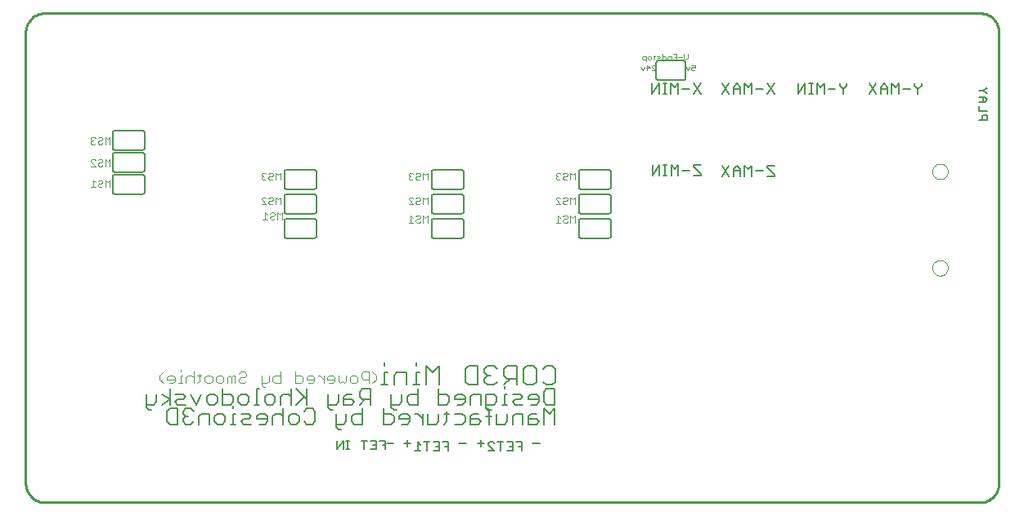
<source format=gbo>
G75*
G70*
%OFA0B0*%
%FSLAX24Y24*%
%IPPOS*%
%LPD*%
%AMOC8*
5,1,8,0,0,1.08239X$1,22.5*
%
%ADD10C,0.0100*%
%ADD11C,0.0070*%
%ADD12C,0.0020*%
%ADD13C,0.0050*%
%ADD14C,0.0040*%
%ADD15C,0.0060*%
%ADD16C,0.0000*%
D10*
X002785Y001429D02*
X002785Y019835D01*
X002787Y019889D01*
X002792Y019942D01*
X002801Y019995D01*
X002814Y020047D01*
X002830Y020099D01*
X002850Y020149D01*
X002873Y020197D01*
X002900Y020244D01*
X002929Y020289D01*
X002962Y020332D01*
X002997Y020372D01*
X003035Y020410D01*
X003075Y020445D01*
X003118Y020478D01*
X003163Y020507D01*
X003210Y020534D01*
X003258Y020557D01*
X003308Y020577D01*
X003360Y020593D01*
X003412Y020606D01*
X003465Y020615D01*
X003518Y020620D01*
X003572Y020622D01*
X041663Y020622D01*
X041717Y020620D01*
X041770Y020615D01*
X041823Y020606D01*
X041875Y020593D01*
X041927Y020577D01*
X041977Y020557D01*
X042025Y020534D01*
X042072Y020507D01*
X042117Y020478D01*
X042160Y020445D01*
X042200Y020410D01*
X042238Y020372D01*
X042273Y020332D01*
X042306Y020289D01*
X042335Y020244D01*
X042362Y020197D01*
X042385Y020149D01*
X042405Y020099D01*
X042421Y020047D01*
X042434Y019995D01*
X042443Y019942D01*
X042448Y019889D01*
X042450Y019835D01*
X042450Y001429D01*
X042448Y001375D01*
X042443Y001322D01*
X042434Y001269D01*
X042421Y001217D01*
X042405Y001165D01*
X042385Y001115D01*
X042362Y001067D01*
X042335Y001020D01*
X042306Y000975D01*
X042273Y000932D01*
X042238Y000892D01*
X042200Y000854D01*
X042160Y000819D01*
X042117Y000786D01*
X042072Y000757D01*
X042025Y000730D01*
X041977Y000707D01*
X041927Y000687D01*
X041875Y000671D01*
X041823Y000658D01*
X041770Y000649D01*
X041717Y000644D01*
X041663Y000642D01*
X003572Y000642D01*
X003518Y000644D01*
X003465Y000649D01*
X003412Y000658D01*
X003360Y000671D01*
X003308Y000687D01*
X003258Y000707D01*
X003210Y000730D01*
X003163Y000757D01*
X003118Y000786D01*
X003075Y000819D01*
X003035Y000854D01*
X002997Y000892D01*
X002962Y000932D01*
X002929Y000975D01*
X002900Y001020D01*
X002873Y001067D01*
X002850Y001115D01*
X002830Y001165D01*
X002814Y001217D01*
X002801Y001269D01*
X002792Y001322D01*
X002787Y001375D01*
X002785Y001429D01*
D11*
X017496Y003062D02*
X017783Y003062D01*
X018196Y003062D02*
X018483Y003062D01*
X018339Y002919D02*
X018339Y003206D01*
X020446Y003062D02*
X020733Y003062D01*
X021196Y003062D02*
X021483Y003062D01*
X021339Y002919D02*
X021339Y003206D01*
X023446Y003062D02*
X023733Y003062D01*
X023993Y005441D02*
X023862Y005573D01*
X023993Y005441D02*
X024257Y005441D01*
X024389Y005573D01*
X024389Y006100D01*
X024257Y006232D01*
X023993Y006232D01*
X023862Y006100D01*
X023597Y006100D02*
X023597Y005573D01*
X023465Y005441D01*
X023202Y005441D01*
X023070Y005573D01*
X023070Y006100D01*
X023202Y006232D01*
X023465Y006232D01*
X023597Y006100D01*
X022805Y006232D02*
X022410Y006232D01*
X022278Y006100D01*
X022278Y005836D01*
X022410Y005705D01*
X022805Y005705D01*
X022541Y005705D02*
X022278Y005441D01*
X022013Y005573D02*
X021881Y005441D01*
X021618Y005441D01*
X021486Y005573D01*
X021486Y005705D01*
X021618Y005836D01*
X021750Y005836D01*
X021618Y005836D02*
X021486Y005968D01*
X021486Y006100D01*
X021618Y006232D01*
X021881Y006232D01*
X022013Y006100D01*
X021221Y006232D02*
X020826Y006232D01*
X020694Y006100D01*
X020694Y005573D01*
X020826Y005441D01*
X021221Y005441D01*
X021221Y006232D01*
X019637Y006232D02*
X019374Y005968D01*
X019110Y006232D01*
X019110Y005441D01*
X018846Y005441D02*
X018582Y005441D01*
X018714Y005441D02*
X018714Y005968D01*
X018846Y005968D01*
X018714Y006232D02*
X018714Y006364D01*
X018318Y005968D02*
X017922Y005968D01*
X017791Y005836D01*
X017791Y005441D01*
X017526Y005441D02*
X017262Y005441D01*
X017394Y005441D02*
X017394Y005968D01*
X017526Y005968D01*
X017394Y006232D02*
X017394Y006364D01*
X018318Y005968D02*
X018318Y005441D01*
X019637Y005441D02*
X019637Y006232D01*
X022805Y006232D02*
X022805Y005441D01*
X028329Y013982D02*
X028329Y014412D01*
X028616Y014412D02*
X028329Y013982D01*
X028616Y013982D02*
X028616Y014412D01*
X028779Y014412D02*
X028923Y014412D01*
X028851Y014412D02*
X028851Y013982D01*
X028923Y013982D02*
X028779Y013982D01*
X029096Y013982D02*
X029096Y014412D01*
X029240Y014269D01*
X029383Y014412D01*
X029383Y013982D01*
X029557Y014197D02*
X029844Y014197D01*
X030017Y014340D02*
X030304Y014054D01*
X030304Y013982D01*
X030017Y013982D01*
X030017Y014340D02*
X030017Y014412D01*
X030304Y014412D01*
X031167Y014393D02*
X031453Y013963D01*
X031627Y013963D02*
X031627Y014250D01*
X031770Y014393D01*
X031914Y014250D01*
X031914Y013963D01*
X032087Y013963D02*
X032087Y014393D01*
X032231Y014250D01*
X032374Y014393D01*
X032374Y013963D01*
X032548Y014178D02*
X032835Y014178D01*
X033008Y014322D02*
X033295Y014035D01*
X033295Y013963D01*
X033008Y013963D01*
X033008Y014322D02*
X033008Y014393D01*
X033295Y014393D01*
X031914Y014178D02*
X031627Y014178D01*
X031453Y014393D02*
X031167Y013963D01*
X031167Y017313D02*
X031453Y017743D01*
X031627Y017600D02*
X031627Y017313D01*
X031453Y017313D02*
X031167Y017743D01*
X031627Y017600D02*
X031770Y017743D01*
X031914Y017600D01*
X031914Y017313D01*
X032087Y017313D02*
X032087Y017743D01*
X032231Y017600D01*
X032374Y017743D01*
X032374Y017313D01*
X032548Y017528D02*
X032835Y017528D01*
X033008Y017313D02*
X033295Y017743D01*
X033008Y017743D02*
X033295Y017313D01*
X034270Y017313D02*
X034270Y017743D01*
X034557Y017743D02*
X034270Y017313D01*
X034557Y017313D02*
X034557Y017743D01*
X034720Y017743D02*
X034864Y017743D01*
X034792Y017743D02*
X034792Y017313D01*
X034864Y017313D02*
X034720Y017313D01*
X035037Y017313D02*
X035037Y017743D01*
X035181Y017600D01*
X035324Y017743D01*
X035324Y017313D01*
X035498Y017528D02*
X035785Y017528D01*
X035958Y017672D02*
X036102Y017528D01*
X036102Y017313D01*
X036102Y017528D02*
X036245Y017672D01*
X036245Y017743D01*
X035958Y017743D02*
X035958Y017672D01*
X037167Y017743D02*
X037453Y017313D01*
X037627Y017313D02*
X037627Y017600D01*
X037770Y017743D01*
X037914Y017600D01*
X037914Y017313D01*
X038087Y017313D02*
X038087Y017743D01*
X038231Y017600D01*
X038374Y017743D01*
X038374Y017313D01*
X038548Y017528D02*
X038835Y017528D01*
X039008Y017672D02*
X039008Y017743D01*
X039008Y017672D02*
X039152Y017528D01*
X039152Y017313D01*
X039152Y017528D02*
X039295Y017672D01*
X039295Y017743D01*
X037914Y017528D02*
X037627Y017528D01*
X037453Y017743D02*
X037167Y017313D01*
X041656Y017202D02*
X041877Y017202D01*
X041987Y017092D01*
X041877Y016982D01*
X041656Y016982D01*
X041656Y016834D02*
X041656Y016613D01*
X041987Y016613D01*
X041932Y016465D02*
X041821Y016465D01*
X041766Y016410D01*
X041766Y016245D01*
X041656Y016245D02*
X041987Y016245D01*
X041987Y016410D01*
X041932Y016465D01*
X041821Y016982D02*
X041821Y017202D01*
X041932Y017350D02*
X041821Y017460D01*
X041656Y017460D01*
X041821Y017460D02*
X041932Y017570D01*
X041987Y017570D01*
X041987Y017350D02*
X041932Y017350D01*
X031914Y017528D02*
X031627Y017528D01*
X030295Y017313D02*
X030008Y017743D01*
X029835Y017528D02*
X029548Y017528D01*
X029374Y017313D02*
X029374Y017743D01*
X029231Y017600D01*
X029087Y017743D01*
X029087Y017313D01*
X028914Y017313D02*
X028770Y017313D01*
X028842Y017313D02*
X028842Y017743D01*
X028914Y017743D02*
X028770Y017743D01*
X028607Y017743D02*
X028320Y017313D01*
X028320Y017743D01*
X028607Y017743D02*
X028607Y017313D01*
X030008Y017313D02*
X030295Y017743D01*
D12*
X030033Y018285D02*
X030070Y018321D01*
X030033Y018285D02*
X029960Y018285D01*
X029923Y018321D01*
X029923Y018395D01*
X029960Y018432D01*
X029997Y018432D01*
X030070Y018395D01*
X030070Y018505D01*
X029923Y018505D01*
X029849Y018432D02*
X029776Y018285D01*
X029702Y018432D01*
X029684Y018722D02*
X029611Y018796D01*
X029611Y018942D01*
X029537Y018832D02*
X029390Y018832D01*
X029316Y018832D02*
X029242Y018832D01*
X029316Y018722D02*
X029169Y018722D01*
X029095Y018722D02*
X029095Y018869D01*
X028984Y018869D01*
X028948Y018832D01*
X028948Y018722D01*
X028874Y018759D02*
X028874Y018832D01*
X028837Y018869D01*
X028727Y018869D01*
X028727Y018942D02*
X028727Y018722D01*
X028837Y018722D01*
X028874Y018759D01*
X028653Y018722D02*
X028542Y018722D01*
X028506Y018759D01*
X028542Y018796D01*
X028616Y018796D01*
X028653Y018832D01*
X028616Y018869D01*
X028506Y018869D01*
X028432Y018869D02*
X028358Y018869D01*
X028395Y018906D02*
X028395Y018759D01*
X028358Y018722D01*
X028284Y018759D02*
X028248Y018722D01*
X028174Y018722D01*
X028137Y018759D01*
X028137Y018832D01*
X028174Y018869D01*
X028248Y018869D01*
X028284Y018832D01*
X028284Y018759D01*
X028063Y018722D02*
X027953Y018722D01*
X027916Y018759D01*
X027916Y018832D01*
X027953Y018869D01*
X028063Y018869D01*
X028063Y018649D01*
X028114Y018505D02*
X028224Y018395D01*
X028077Y018395D01*
X028003Y018432D02*
X027930Y018285D01*
X027856Y018432D01*
X028114Y018505D02*
X028114Y018285D01*
X028298Y018285D02*
X028445Y018285D01*
X028298Y018432D01*
X028298Y018468D01*
X028335Y018505D01*
X028408Y018505D01*
X028445Y018468D01*
X029316Y018722D02*
X029316Y018942D01*
X029169Y018942D01*
X029684Y018722D02*
X029758Y018796D01*
X029758Y018942D01*
D13*
X017443Y003163D02*
X017209Y003163D01*
X017074Y003163D02*
X017074Y002812D01*
X016841Y002812D01*
X016957Y002987D02*
X017074Y002987D01*
X017074Y003163D02*
X016841Y003163D01*
X016706Y003163D02*
X016472Y003163D01*
X016589Y003163D02*
X016589Y002812D01*
X015969Y002812D02*
X015852Y002812D01*
X015911Y002812D02*
X015911Y003163D01*
X015969Y003163D02*
X015852Y003163D01*
X015724Y003163D02*
X015490Y002812D01*
X015490Y003163D01*
X015724Y003163D02*
X015724Y002812D01*
X017326Y002987D02*
X017443Y002987D01*
X017443Y002812D02*
X017443Y003163D01*
X018654Y002762D02*
X018888Y002762D01*
X018771Y002762D02*
X018771Y003113D01*
X018888Y002996D01*
X019022Y003113D02*
X019256Y003113D01*
X019139Y003113D02*
X019139Y002762D01*
X019391Y002762D02*
X019624Y002762D01*
X019624Y003113D01*
X019391Y003113D01*
X019507Y002937D02*
X019624Y002937D01*
X019759Y003113D02*
X019993Y003113D01*
X019993Y002762D01*
X019993Y002937D02*
X019876Y002937D01*
X021654Y002996D02*
X021654Y003054D01*
X021712Y003113D01*
X021829Y003113D01*
X021888Y003054D01*
X022022Y003113D02*
X022256Y003113D01*
X022139Y003113D02*
X022139Y002762D01*
X021888Y002762D02*
X021654Y002996D01*
X021654Y002762D02*
X021888Y002762D01*
X022391Y002762D02*
X022624Y002762D01*
X022624Y003113D01*
X022391Y003113D01*
X022507Y002937D02*
X022624Y002937D01*
X022759Y003113D02*
X022993Y003113D01*
X022993Y002762D01*
X022993Y002937D02*
X022876Y002937D01*
D14*
X017073Y005673D02*
X017073Y005827D01*
X016919Y005980D01*
X016766Y005980D02*
X016535Y005980D01*
X016459Y005903D01*
X016459Y005750D01*
X016535Y005673D01*
X016766Y005673D01*
X016766Y005520D02*
X016766Y005980D01*
X016305Y005750D02*
X016305Y005597D01*
X016228Y005520D01*
X016075Y005520D01*
X015998Y005597D01*
X015998Y005750D01*
X016075Y005827D01*
X016228Y005827D01*
X016305Y005750D01*
X015845Y005827D02*
X015845Y005597D01*
X015768Y005520D01*
X015691Y005597D01*
X015615Y005520D01*
X015538Y005597D01*
X015538Y005827D01*
X015384Y005750D02*
X015308Y005827D01*
X015154Y005827D01*
X015077Y005750D01*
X015077Y005673D01*
X015384Y005673D01*
X015384Y005597D02*
X015384Y005750D01*
X015384Y005597D02*
X015308Y005520D01*
X015154Y005520D01*
X014924Y005520D02*
X014924Y005827D01*
X014771Y005827D02*
X014924Y005673D01*
X014771Y005827D02*
X014694Y005827D01*
X014540Y005750D02*
X014464Y005827D01*
X014310Y005827D01*
X014233Y005750D01*
X014233Y005673D01*
X014540Y005673D01*
X014540Y005597D02*
X014540Y005750D01*
X014540Y005597D02*
X014464Y005520D01*
X014310Y005520D01*
X014080Y005597D02*
X014080Y005750D01*
X014003Y005827D01*
X013773Y005827D01*
X013773Y005980D02*
X013773Y005520D01*
X014003Y005520D01*
X014080Y005597D01*
X013159Y005520D02*
X013159Y005980D01*
X013159Y005827D02*
X012929Y005827D01*
X012852Y005750D01*
X012852Y005597D01*
X012929Y005520D01*
X013159Y005520D01*
X012699Y005597D02*
X012699Y005827D01*
X012699Y005597D02*
X012622Y005520D01*
X012392Y005520D01*
X012392Y005443D02*
X012469Y005366D01*
X012545Y005366D01*
X012392Y005443D02*
X012392Y005827D01*
X011778Y005827D02*
X011778Y005903D01*
X011701Y005980D01*
X011548Y005980D01*
X011471Y005903D01*
X011548Y005750D02*
X011471Y005673D01*
X011471Y005597D01*
X011548Y005520D01*
X011701Y005520D01*
X011778Y005597D01*
X011701Y005750D02*
X011548Y005750D01*
X011701Y005750D02*
X011778Y005827D01*
X011318Y005827D02*
X011318Y005520D01*
X011164Y005520D02*
X011164Y005750D01*
X011087Y005827D01*
X011011Y005750D01*
X011011Y005520D01*
X010857Y005597D02*
X010780Y005520D01*
X010627Y005520D01*
X010550Y005597D01*
X010550Y005750D01*
X010627Y005827D01*
X010780Y005827D01*
X010857Y005750D01*
X010857Y005597D01*
X011164Y005750D02*
X011241Y005827D01*
X011318Y005827D01*
X010397Y005750D02*
X010397Y005597D01*
X010320Y005520D01*
X010167Y005520D01*
X010090Y005597D01*
X010090Y005750D01*
X010167Y005827D01*
X010320Y005827D01*
X010397Y005750D01*
X009936Y005827D02*
X009783Y005827D01*
X009860Y005903D02*
X009860Y005597D01*
X009783Y005520D01*
X009629Y005520D02*
X009629Y005980D01*
X009553Y005827D02*
X009399Y005827D01*
X009323Y005750D01*
X009323Y005520D01*
X009169Y005520D02*
X009016Y005520D01*
X009092Y005520D02*
X009092Y005827D01*
X009169Y005827D01*
X009092Y005980D02*
X009092Y006057D01*
X008785Y005827D02*
X008632Y005827D01*
X008555Y005750D01*
X008555Y005673D01*
X008862Y005673D01*
X008862Y005597D02*
X008862Y005750D01*
X008785Y005827D01*
X008862Y005597D02*
X008785Y005520D01*
X008632Y005520D01*
X008402Y005520D02*
X008248Y005673D01*
X008248Y005827D01*
X008402Y005980D01*
X009553Y005827D02*
X009629Y005750D01*
X016919Y005520D02*
X017073Y005673D01*
X018392Y012073D02*
X018578Y012073D01*
X018485Y012073D02*
X018485Y012353D01*
X018578Y012260D01*
X018686Y012307D02*
X018733Y012353D01*
X018826Y012353D01*
X018873Y012307D01*
X018873Y012260D01*
X018826Y012213D01*
X018733Y012213D01*
X018686Y012166D01*
X018686Y012120D01*
X018733Y012073D01*
X018826Y012073D01*
X018873Y012120D01*
X018981Y012073D02*
X018981Y012353D01*
X019074Y012260D01*
X019168Y012353D01*
X019168Y012073D01*
X019168Y012823D02*
X019168Y013103D01*
X019074Y013010D01*
X018981Y013103D01*
X018981Y012823D01*
X018873Y012870D02*
X018826Y012823D01*
X018733Y012823D01*
X018686Y012870D01*
X018686Y012916D01*
X018733Y012963D01*
X018826Y012963D01*
X018873Y013010D01*
X018873Y013057D01*
X018826Y013103D01*
X018733Y013103D01*
X018686Y013057D01*
X018578Y013057D02*
X018532Y013103D01*
X018438Y013103D01*
X018392Y013057D01*
X018392Y013010D01*
X018578Y012823D01*
X018392Y012823D01*
X018438Y013823D02*
X018532Y013823D01*
X018578Y013870D01*
X018686Y013870D02*
X018733Y013823D01*
X018826Y013823D01*
X018873Y013870D01*
X018826Y013963D02*
X018733Y013963D01*
X018686Y013916D01*
X018686Y013870D01*
X018826Y013963D02*
X018873Y014010D01*
X018873Y014057D01*
X018826Y014103D01*
X018733Y014103D01*
X018686Y014057D01*
X018578Y014057D02*
X018532Y014103D01*
X018438Y014103D01*
X018392Y014057D01*
X018392Y014010D01*
X018438Y013963D01*
X018392Y013916D01*
X018392Y013870D01*
X018438Y013823D01*
X018438Y013963D02*
X018485Y013963D01*
X018981Y014103D02*
X018981Y013823D01*
X019168Y013823D02*
X019168Y014103D01*
X019074Y014010D01*
X018981Y014103D01*
X024392Y014057D02*
X024392Y014010D01*
X024438Y013963D01*
X024392Y013916D01*
X024392Y013870D01*
X024438Y013823D01*
X024532Y013823D01*
X024578Y013870D01*
X024686Y013870D02*
X024686Y013916D01*
X024733Y013963D01*
X024826Y013963D01*
X024873Y014010D01*
X024873Y014057D01*
X024826Y014103D01*
X024733Y014103D01*
X024686Y014057D01*
X024578Y014057D02*
X024532Y014103D01*
X024438Y014103D01*
X024392Y014057D01*
X024438Y013963D02*
X024485Y013963D01*
X024686Y013870D02*
X024733Y013823D01*
X024826Y013823D01*
X024873Y013870D01*
X024981Y013823D02*
X024981Y014103D01*
X025074Y014010D01*
X025168Y014103D01*
X025168Y013823D01*
X025168Y013103D02*
X025074Y013010D01*
X024981Y013103D01*
X024981Y012823D01*
X024873Y012870D02*
X024826Y012823D01*
X024733Y012823D01*
X024686Y012870D01*
X024686Y012916D01*
X024733Y012963D01*
X024826Y012963D01*
X024873Y013010D01*
X024873Y013057D01*
X024826Y013103D01*
X024733Y013103D01*
X024686Y013057D01*
X024578Y013057D02*
X024532Y013103D01*
X024438Y013103D01*
X024392Y013057D01*
X024392Y013010D01*
X024578Y012823D01*
X024392Y012823D01*
X024485Y012353D02*
X024485Y012073D01*
X024578Y012073D02*
X024392Y012073D01*
X024578Y012260D02*
X024485Y012353D01*
X024686Y012307D02*
X024733Y012353D01*
X024826Y012353D01*
X024873Y012307D01*
X024873Y012260D01*
X024826Y012213D01*
X024733Y012213D01*
X024686Y012166D01*
X024686Y012120D01*
X024733Y012073D01*
X024826Y012073D01*
X024873Y012120D01*
X024981Y012073D02*
X024981Y012353D01*
X025074Y012260D01*
X025168Y012353D01*
X025168Y012073D01*
X025168Y012823D02*
X025168Y013103D01*
X013230Y012478D02*
X013137Y012385D01*
X013043Y012478D01*
X013043Y012198D01*
X012936Y012245D02*
X012889Y012198D01*
X012795Y012198D01*
X012749Y012245D01*
X012749Y012291D01*
X012795Y012338D01*
X012889Y012338D01*
X012936Y012385D01*
X012936Y012432D01*
X012889Y012478D01*
X012795Y012478D01*
X012749Y012432D01*
X012641Y012385D02*
X012547Y012478D01*
X012547Y012198D01*
X012454Y012198D02*
X012641Y012198D01*
X013230Y012198D02*
X013230Y012478D01*
X013168Y012823D02*
X013168Y013103D01*
X013074Y013010D01*
X012981Y013103D01*
X012981Y012823D01*
X012873Y012870D02*
X012826Y012823D01*
X012733Y012823D01*
X012686Y012870D01*
X012686Y012916D01*
X012733Y012963D01*
X012826Y012963D01*
X012873Y013010D01*
X012873Y013057D01*
X012826Y013103D01*
X012733Y013103D01*
X012686Y013057D01*
X012578Y013057D02*
X012532Y013103D01*
X012438Y013103D01*
X012392Y013057D01*
X012392Y013010D01*
X012578Y012823D01*
X012392Y012823D01*
X012438Y013823D02*
X012532Y013823D01*
X012578Y013870D01*
X012686Y013870D02*
X012733Y013823D01*
X012826Y013823D01*
X012873Y013870D01*
X012826Y013963D02*
X012733Y013963D01*
X012686Y013916D01*
X012686Y013870D01*
X012826Y013963D02*
X012873Y014010D01*
X012873Y014057D01*
X012826Y014103D01*
X012733Y014103D01*
X012686Y014057D01*
X012578Y014057D02*
X012532Y014103D01*
X012438Y014103D01*
X012392Y014057D01*
X012392Y014010D01*
X012438Y013963D01*
X012392Y013916D01*
X012392Y013870D01*
X012438Y013823D01*
X012438Y013963D02*
X012485Y013963D01*
X012981Y014103D02*
X012981Y013823D01*
X013168Y013823D02*
X013168Y014103D01*
X013074Y014010D01*
X012981Y014103D01*
X006218Y014373D02*
X006218Y014653D01*
X006124Y014560D01*
X006031Y014653D01*
X006031Y014373D01*
X005923Y014420D02*
X005876Y014373D01*
X005783Y014373D01*
X005736Y014420D01*
X005736Y014466D01*
X005783Y014513D01*
X005876Y014513D01*
X005923Y014560D01*
X005923Y014607D01*
X005876Y014653D01*
X005783Y014653D01*
X005736Y014607D01*
X005628Y014607D02*
X005582Y014653D01*
X005488Y014653D01*
X005442Y014607D01*
X005442Y014560D01*
X005628Y014373D01*
X005442Y014373D01*
X005535Y013803D02*
X005535Y013523D01*
X005628Y013523D02*
X005442Y013523D01*
X005628Y013710D02*
X005535Y013803D01*
X005736Y013757D02*
X005783Y013803D01*
X005876Y013803D01*
X005923Y013757D01*
X005923Y013710D01*
X005876Y013663D01*
X005783Y013663D01*
X005736Y013616D01*
X005736Y013570D01*
X005783Y013523D01*
X005876Y013523D01*
X005923Y013570D01*
X006031Y013523D02*
X006031Y013803D01*
X006124Y013710D01*
X006218Y013803D01*
X006218Y013523D01*
X006218Y015273D02*
X006218Y015553D01*
X006124Y015460D01*
X006031Y015553D01*
X006031Y015273D01*
X005923Y015320D02*
X005876Y015273D01*
X005783Y015273D01*
X005736Y015320D01*
X005736Y015366D01*
X005783Y015413D01*
X005876Y015413D01*
X005923Y015460D01*
X005923Y015507D01*
X005876Y015553D01*
X005783Y015553D01*
X005736Y015507D01*
X005628Y015507D02*
X005582Y015553D01*
X005488Y015553D01*
X005442Y015507D01*
X005442Y015460D01*
X005488Y015413D01*
X005442Y015366D01*
X005442Y015320D01*
X005488Y015273D01*
X005582Y015273D01*
X005628Y015320D01*
X005535Y015413D02*
X005488Y015413D01*
D15*
X006330Y015137D02*
X006330Y015737D01*
X006332Y015754D01*
X006336Y015771D01*
X006343Y015787D01*
X006353Y015801D01*
X006366Y015814D01*
X006380Y015824D01*
X006396Y015831D01*
X006413Y015835D01*
X006430Y015837D01*
X007530Y015837D01*
X007547Y015835D01*
X007564Y015831D01*
X007580Y015824D01*
X007594Y015814D01*
X007607Y015801D01*
X007617Y015787D01*
X007624Y015771D01*
X007628Y015754D01*
X007630Y015737D01*
X007630Y015137D01*
X007628Y015120D01*
X007624Y015103D01*
X007617Y015087D01*
X007607Y015073D01*
X007594Y015060D01*
X007580Y015050D01*
X007564Y015043D01*
X007547Y015039D01*
X007530Y015037D01*
X006430Y015037D01*
X006430Y014937D02*
X007530Y014937D01*
X007547Y014935D01*
X007564Y014931D01*
X007580Y014924D01*
X007594Y014914D01*
X007607Y014901D01*
X007617Y014887D01*
X007624Y014871D01*
X007628Y014854D01*
X007630Y014837D01*
X007630Y014237D01*
X007628Y014220D01*
X007624Y014203D01*
X007617Y014187D01*
X007607Y014173D01*
X007594Y014160D01*
X007580Y014150D01*
X007564Y014143D01*
X007547Y014139D01*
X007530Y014137D01*
X006430Y014137D01*
X006430Y014037D02*
X007530Y014037D01*
X007547Y014035D01*
X007564Y014031D01*
X007580Y014024D01*
X007594Y014014D01*
X007607Y014001D01*
X007617Y013987D01*
X007624Y013971D01*
X007628Y013954D01*
X007630Y013937D01*
X007630Y013337D01*
X007628Y013320D01*
X007624Y013303D01*
X007617Y013287D01*
X007607Y013273D01*
X007594Y013260D01*
X007580Y013250D01*
X007564Y013243D01*
X007547Y013239D01*
X007530Y013237D01*
X006430Y013237D01*
X006413Y013239D01*
X006396Y013243D01*
X006380Y013250D01*
X006366Y013260D01*
X006353Y013273D01*
X006343Y013287D01*
X006336Y013303D01*
X006332Y013320D01*
X006330Y013337D01*
X006330Y013937D01*
X006332Y013954D01*
X006336Y013971D01*
X006343Y013987D01*
X006353Y014001D01*
X006366Y014014D01*
X006380Y014024D01*
X006396Y014031D01*
X006413Y014035D01*
X006430Y014037D01*
X006430Y014137D02*
X006413Y014139D01*
X006396Y014143D01*
X006380Y014150D01*
X006366Y014160D01*
X006353Y014173D01*
X006343Y014187D01*
X006336Y014203D01*
X006332Y014220D01*
X006330Y014237D01*
X006330Y014837D01*
X006332Y014854D01*
X006336Y014871D01*
X006343Y014887D01*
X006353Y014901D01*
X006366Y014914D01*
X006380Y014924D01*
X006396Y014931D01*
X006413Y014935D01*
X006430Y014937D01*
X006430Y015037D02*
X006413Y015039D01*
X006396Y015043D01*
X006380Y015050D01*
X006366Y015060D01*
X006353Y015073D01*
X006343Y015087D01*
X006336Y015103D01*
X006332Y015120D01*
X006330Y015137D01*
X013330Y014137D02*
X013330Y013537D01*
X013332Y013520D01*
X013336Y013503D01*
X013343Y013487D01*
X013353Y013473D01*
X013366Y013460D01*
X013380Y013450D01*
X013396Y013443D01*
X013413Y013439D01*
X013430Y013437D01*
X014530Y013437D01*
X014547Y013439D01*
X014564Y013443D01*
X014580Y013450D01*
X014594Y013460D01*
X014607Y013473D01*
X014617Y013487D01*
X014624Y013503D01*
X014628Y013520D01*
X014630Y013537D01*
X014630Y014137D01*
X014628Y014154D01*
X014624Y014171D01*
X014617Y014187D01*
X014607Y014201D01*
X014594Y014214D01*
X014580Y014224D01*
X014564Y014231D01*
X014547Y014235D01*
X014530Y014237D01*
X013430Y014237D01*
X013413Y014235D01*
X013396Y014231D01*
X013380Y014224D01*
X013366Y014214D01*
X013353Y014201D01*
X013343Y014187D01*
X013336Y014171D01*
X013332Y014154D01*
X013330Y014137D01*
X013430Y013237D02*
X014530Y013237D01*
X014547Y013235D01*
X014564Y013231D01*
X014580Y013224D01*
X014594Y013214D01*
X014607Y013201D01*
X014617Y013187D01*
X014624Y013171D01*
X014628Y013154D01*
X014630Y013137D01*
X014630Y012537D01*
X014628Y012520D01*
X014624Y012503D01*
X014617Y012487D01*
X014607Y012473D01*
X014594Y012460D01*
X014580Y012450D01*
X014564Y012443D01*
X014547Y012439D01*
X014530Y012437D01*
X013430Y012437D01*
X013413Y012439D01*
X013396Y012443D01*
X013380Y012450D01*
X013366Y012460D01*
X013353Y012473D01*
X013343Y012487D01*
X013336Y012503D01*
X013332Y012520D01*
X013330Y012537D01*
X013330Y013137D01*
X013332Y013154D01*
X013336Y013171D01*
X013343Y013187D01*
X013353Y013201D01*
X013366Y013214D01*
X013380Y013224D01*
X013396Y013231D01*
X013413Y013235D01*
X013430Y013237D01*
X013430Y012237D02*
X014530Y012237D01*
X014547Y012235D01*
X014564Y012231D01*
X014580Y012224D01*
X014594Y012214D01*
X014607Y012201D01*
X014617Y012187D01*
X014624Y012171D01*
X014628Y012154D01*
X014630Y012137D01*
X014630Y011537D01*
X014628Y011520D01*
X014624Y011503D01*
X014617Y011487D01*
X014607Y011473D01*
X014594Y011460D01*
X014580Y011450D01*
X014564Y011443D01*
X014547Y011439D01*
X014530Y011437D01*
X013430Y011437D01*
X013413Y011439D01*
X013396Y011443D01*
X013380Y011450D01*
X013366Y011460D01*
X013353Y011473D01*
X013343Y011487D01*
X013336Y011503D01*
X013332Y011520D01*
X013330Y011537D01*
X013330Y012137D01*
X013332Y012154D01*
X013336Y012171D01*
X013343Y012187D01*
X013353Y012201D01*
X013366Y012214D01*
X013380Y012224D01*
X013396Y012231D01*
X013413Y012235D01*
X013430Y012237D01*
X019330Y012137D02*
X019330Y011537D01*
X019332Y011520D01*
X019336Y011503D01*
X019343Y011487D01*
X019353Y011473D01*
X019366Y011460D01*
X019380Y011450D01*
X019396Y011443D01*
X019413Y011439D01*
X019430Y011437D01*
X020530Y011437D01*
X020547Y011439D01*
X020564Y011443D01*
X020580Y011450D01*
X020594Y011460D01*
X020607Y011473D01*
X020617Y011487D01*
X020624Y011503D01*
X020628Y011520D01*
X020630Y011537D01*
X020630Y012137D01*
X020628Y012154D01*
X020624Y012171D01*
X020617Y012187D01*
X020607Y012201D01*
X020594Y012214D01*
X020580Y012224D01*
X020564Y012231D01*
X020547Y012235D01*
X020530Y012237D01*
X019430Y012237D01*
X019413Y012235D01*
X019396Y012231D01*
X019380Y012224D01*
X019366Y012214D01*
X019353Y012201D01*
X019343Y012187D01*
X019336Y012171D01*
X019332Y012154D01*
X019330Y012137D01*
X019430Y012437D02*
X020530Y012437D01*
X020547Y012439D01*
X020564Y012443D01*
X020580Y012450D01*
X020594Y012460D01*
X020607Y012473D01*
X020617Y012487D01*
X020624Y012503D01*
X020628Y012520D01*
X020630Y012537D01*
X020630Y013137D01*
X020628Y013154D01*
X020624Y013171D01*
X020617Y013187D01*
X020607Y013201D01*
X020594Y013214D01*
X020580Y013224D01*
X020564Y013231D01*
X020547Y013235D01*
X020530Y013237D01*
X019430Y013237D01*
X019413Y013235D01*
X019396Y013231D01*
X019380Y013224D01*
X019366Y013214D01*
X019353Y013201D01*
X019343Y013187D01*
X019336Y013171D01*
X019332Y013154D01*
X019330Y013137D01*
X019330Y012537D01*
X019332Y012520D01*
X019336Y012503D01*
X019343Y012487D01*
X019353Y012473D01*
X019366Y012460D01*
X019380Y012450D01*
X019396Y012443D01*
X019413Y012439D01*
X019430Y012437D01*
X019430Y013437D02*
X020530Y013437D01*
X020547Y013439D01*
X020564Y013443D01*
X020580Y013450D01*
X020594Y013460D01*
X020607Y013473D01*
X020617Y013487D01*
X020624Y013503D01*
X020628Y013520D01*
X020630Y013537D01*
X020630Y014137D01*
X020628Y014154D01*
X020624Y014171D01*
X020617Y014187D01*
X020607Y014201D01*
X020594Y014214D01*
X020580Y014224D01*
X020564Y014231D01*
X020547Y014235D01*
X020530Y014237D01*
X019430Y014237D01*
X019413Y014235D01*
X019396Y014231D01*
X019380Y014224D01*
X019366Y014214D01*
X019353Y014201D01*
X019343Y014187D01*
X019336Y014171D01*
X019332Y014154D01*
X019330Y014137D01*
X019330Y013537D01*
X019332Y013520D01*
X019336Y013503D01*
X019343Y013487D01*
X019353Y013473D01*
X019366Y013460D01*
X019380Y013450D01*
X019396Y013443D01*
X019413Y013439D01*
X019430Y013437D01*
X025330Y013537D02*
X025330Y014137D01*
X025332Y014154D01*
X025336Y014171D01*
X025343Y014187D01*
X025353Y014201D01*
X025366Y014214D01*
X025380Y014224D01*
X025396Y014231D01*
X025413Y014235D01*
X025430Y014237D01*
X026530Y014237D01*
X026547Y014235D01*
X026564Y014231D01*
X026580Y014224D01*
X026594Y014214D01*
X026607Y014201D01*
X026617Y014187D01*
X026624Y014171D01*
X026628Y014154D01*
X026630Y014137D01*
X026630Y013537D01*
X026628Y013520D01*
X026624Y013503D01*
X026617Y013487D01*
X026607Y013473D01*
X026594Y013460D01*
X026580Y013450D01*
X026564Y013443D01*
X026547Y013439D01*
X026530Y013437D01*
X025430Y013437D01*
X025413Y013439D01*
X025396Y013443D01*
X025380Y013450D01*
X025366Y013460D01*
X025353Y013473D01*
X025343Y013487D01*
X025336Y013503D01*
X025332Y013520D01*
X025330Y013537D01*
X025430Y013237D02*
X026530Y013237D01*
X026547Y013235D01*
X026564Y013231D01*
X026580Y013224D01*
X026594Y013214D01*
X026607Y013201D01*
X026617Y013187D01*
X026624Y013171D01*
X026628Y013154D01*
X026630Y013137D01*
X026630Y012537D01*
X026628Y012520D01*
X026624Y012503D01*
X026617Y012487D01*
X026607Y012473D01*
X026594Y012460D01*
X026580Y012450D01*
X026564Y012443D01*
X026547Y012439D01*
X026530Y012437D01*
X025430Y012437D01*
X025413Y012439D01*
X025396Y012443D01*
X025380Y012450D01*
X025366Y012460D01*
X025353Y012473D01*
X025343Y012487D01*
X025336Y012503D01*
X025332Y012520D01*
X025330Y012537D01*
X025330Y013137D01*
X025332Y013154D01*
X025336Y013171D01*
X025343Y013187D01*
X025353Y013201D01*
X025366Y013214D01*
X025380Y013224D01*
X025396Y013231D01*
X025413Y013235D01*
X025430Y013237D01*
X025430Y012237D02*
X026530Y012237D01*
X026547Y012235D01*
X026564Y012231D01*
X026580Y012224D01*
X026594Y012214D01*
X026607Y012201D01*
X026617Y012187D01*
X026624Y012171D01*
X026628Y012154D01*
X026630Y012137D01*
X026630Y011537D01*
X026628Y011520D01*
X026624Y011503D01*
X026617Y011487D01*
X026607Y011473D01*
X026594Y011460D01*
X026580Y011450D01*
X026564Y011443D01*
X026547Y011439D01*
X026530Y011437D01*
X025430Y011437D01*
X025413Y011439D01*
X025396Y011443D01*
X025380Y011450D01*
X025366Y011460D01*
X025353Y011473D01*
X025343Y011487D01*
X025336Y011503D01*
X025332Y011520D01*
X025330Y011537D01*
X025330Y012137D01*
X025332Y012154D01*
X025336Y012171D01*
X025343Y012187D01*
X025353Y012201D01*
X025366Y012214D01*
X025380Y012224D01*
X025396Y012231D01*
X025413Y012235D01*
X025430Y012237D01*
X028580Y017887D02*
X029580Y017887D01*
X029597Y017889D01*
X029614Y017893D01*
X029630Y017900D01*
X029644Y017910D01*
X029657Y017923D01*
X029667Y017937D01*
X029674Y017953D01*
X029678Y017970D01*
X029680Y017987D01*
X029680Y018587D01*
X029678Y018604D01*
X029674Y018621D01*
X029667Y018637D01*
X029657Y018651D01*
X029644Y018664D01*
X029630Y018674D01*
X029614Y018681D01*
X029597Y018685D01*
X029580Y018687D01*
X028580Y018687D01*
X028563Y018685D01*
X028546Y018681D01*
X028530Y018674D01*
X028516Y018664D01*
X028503Y018651D01*
X028493Y018637D01*
X028486Y018621D01*
X028482Y018604D01*
X028480Y018587D01*
X028480Y017987D01*
X028482Y017970D01*
X028486Y017953D01*
X028493Y017937D01*
X028503Y017923D01*
X028516Y017910D01*
X028530Y017900D01*
X028546Y017893D01*
X028563Y017889D01*
X028580Y017887D01*
X024344Y005277D02*
X024023Y005277D01*
X023917Y005170D01*
X023917Y004743D01*
X024023Y004636D01*
X024344Y004636D01*
X024344Y005277D01*
X023699Y004956D02*
X023592Y005063D01*
X023379Y005063D01*
X023272Y004956D01*
X023272Y004850D01*
X023699Y004850D01*
X023699Y004956D02*
X023699Y004743D01*
X023592Y004636D01*
X023379Y004636D01*
X023055Y004636D02*
X022734Y004636D01*
X022628Y004743D01*
X022734Y004850D01*
X022948Y004850D01*
X023055Y004956D01*
X022948Y005063D01*
X022628Y005063D01*
X022410Y005063D02*
X022303Y005063D01*
X022303Y004636D01*
X022197Y004636D02*
X022410Y004636D01*
X021980Y004743D02*
X021980Y004956D01*
X021874Y005063D01*
X021553Y005063D01*
X021553Y004529D01*
X021660Y004423D01*
X021767Y004423D01*
X021659Y004370D02*
X021552Y004477D01*
X021659Y004370D02*
X021659Y003836D01*
X021983Y003836D02*
X021983Y004263D01*
X021766Y004156D02*
X021552Y004156D01*
X021336Y003943D02*
X021229Y004050D01*
X020909Y004050D01*
X020909Y004156D02*
X020909Y003836D01*
X021229Y003836D01*
X021336Y003943D01*
X021016Y004263D02*
X020909Y004156D01*
X021016Y004263D02*
X021229Y004263D01*
X020691Y004156D02*
X020691Y003943D01*
X020585Y003836D01*
X020264Y003836D01*
X019940Y003943D02*
X019833Y003836D01*
X019940Y003943D02*
X019940Y004370D01*
X020047Y004263D02*
X019833Y004263D01*
X019617Y004263D02*
X019617Y003943D01*
X019510Y003836D01*
X019190Y003836D01*
X019190Y004263D01*
X018973Y004263D02*
X018973Y003836D01*
X018973Y004050D02*
X018759Y004263D01*
X018652Y004263D01*
X018435Y004156D02*
X018329Y004263D01*
X018115Y004263D01*
X018008Y004156D01*
X018008Y004050D01*
X018435Y004050D01*
X018435Y004156D02*
X018435Y003943D01*
X018329Y003836D01*
X018115Y003836D01*
X017791Y003943D02*
X017791Y004156D01*
X017684Y004263D01*
X017364Y004263D01*
X017364Y004477D02*
X017364Y003836D01*
X017684Y003836D01*
X017791Y003943D01*
X017793Y004423D02*
X017900Y004423D01*
X017793Y004423D02*
X017686Y004529D01*
X017686Y005063D01*
X018113Y005063D02*
X018113Y004743D01*
X018006Y004636D01*
X017686Y004636D01*
X018331Y004743D02*
X018331Y004956D01*
X018437Y005063D01*
X018758Y005063D01*
X018758Y005277D02*
X018758Y004636D01*
X018437Y004636D01*
X018331Y004743D01*
X019620Y004636D02*
X019620Y005277D01*
X019620Y005063D02*
X019940Y005063D01*
X020047Y004956D01*
X020047Y004743D01*
X019940Y004636D01*
X019620Y004636D01*
X020264Y004850D02*
X020691Y004850D01*
X020691Y004956D02*
X020585Y005063D01*
X020371Y005063D01*
X020264Y004956D01*
X020264Y004850D01*
X020371Y004636D02*
X020585Y004636D01*
X020691Y004743D01*
X020691Y004956D01*
X020909Y004956D02*
X020909Y004636D01*
X020909Y004956D02*
X021016Y005063D01*
X021336Y005063D01*
X021336Y004636D01*
X021553Y004636D02*
X021874Y004636D01*
X021980Y004743D01*
X022410Y004263D02*
X022410Y003943D01*
X022303Y003836D01*
X021983Y003836D01*
X022628Y003836D02*
X022628Y004156D01*
X022734Y004263D01*
X023055Y004263D01*
X023055Y003836D01*
X023272Y003836D02*
X023272Y004156D01*
X023379Y004263D01*
X023592Y004263D01*
X023592Y004050D02*
X023272Y004050D01*
X023272Y003836D02*
X023592Y003836D01*
X023699Y003943D01*
X023592Y004050D01*
X023917Y003836D02*
X023917Y004477D01*
X024130Y004263D01*
X024344Y004477D01*
X024344Y003836D01*
X022303Y005277D02*
X022303Y005383D01*
X020691Y004156D02*
X020585Y004263D01*
X020264Y004263D01*
X016824Y004636D02*
X016824Y005277D01*
X016504Y005277D01*
X016397Y005170D01*
X016397Y004956D01*
X016504Y004850D01*
X016824Y004850D01*
X016610Y004850D02*
X016397Y004636D01*
X016502Y004477D02*
X016502Y003836D01*
X016181Y003836D01*
X016075Y003943D01*
X016075Y004156D01*
X016181Y004263D01*
X016502Y004263D01*
X015857Y004263D02*
X015857Y003943D01*
X015750Y003836D01*
X015430Y003836D01*
X015430Y003729D02*
X015537Y003623D01*
X015644Y003623D01*
X015430Y003729D02*
X015430Y004263D01*
X015321Y004423D02*
X015215Y004423D01*
X015108Y004529D01*
X015108Y005063D01*
X015535Y005063D02*
X015535Y004743D01*
X015428Y004636D01*
X015108Y004636D01*
X014568Y004370D02*
X014461Y004477D01*
X014248Y004477D01*
X014141Y004370D01*
X013924Y004156D02*
X013924Y003943D01*
X013817Y003836D01*
X013603Y003836D01*
X013496Y003943D01*
X013496Y004156D01*
X013603Y004263D01*
X013817Y004263D01*
X013924Y004156D01*
X014141Y003943D02*
X014248Y003836D01*
X014461Y003836D01*
X014568Y003943D01*
X014568Y004370D01*
X014246Y004636D02*
X014246Y005277D01*
X014246Y004850D02*
X013819Y005277D01*
X013601Y005277D02*
X013601Y004636D01*
X013819Y004636D02*
X014139Y004956D01*
X013601Y004956D02*
X013494Y005063D01*
X013281Y005063D01*
X013174Y004956D01*
X013174Y004636D01*
X013279Y004477D02*
X013279Y003836D01*
X013279Y004156D02*
X013172Y004263D01*
X012959Y004263D01*
X012852Y004156D01*
X012852Y003836D01*
X012634Y003943D02*
X012634Y004156D01*
X012528Y004263D01*
X012314Y004263D01*
X012207Y004156D01*
X012207Y004050D01*
X012634Y004050D01*
X012634Y003943D02*
X012528Y003836D01*
X012314Y003836D01*
X011990Y003836D02*
X011670Y003836D01*
X011563Y003943D01*
X011670Y004050D01*
X011883Y004050D01*
X011990Y004156D01*
X011883Y004263D01*
X011563Y004263D01*
X011345Y004263D02*
X011239Y004263D01*
X011239Y003836D01*
X011345Y003836D02*
X011132Y003836D01*
X010916Y003943D02*
X010809Y003836D01*
X010595Y003836D01*
X010489Y003943D01*
X010489Y004156D01*
X010595Y004263D01*
X010809Y004263D01*
X010916Y004156D01*
X010916Y003943D01*
X010271Y003836D02*
X010271Y004263D01*
X009951Y004263D01*
X009844Y004156D01*
X009844Y003836D01*
X009627Y003943D02*
X009520Y003836D01*
X009306Y003836D01*
X009200Y003943D01*
X009200Y004050D01*
X009306Y004156D01*
X009413Y004156D01*
X009306Y004156D02*
X009200Y004263D01*
X009200Y004370D01*
X009306Y004477D01*
X009520Y004477D01*
X009627Y004370D01*
X008982Y004477D02*
X008662Y004477D01*
X008555Y004370D01*
X008555Y003943D01*
X008662Y003836D01*
X008982Y003836D01*
X008982Y004477D01*
X008984Y004636D02*
X008877Y004743D01*
X008984Y004850D01*
X009198Y004850D01*
X009304Y004956D01*
X009198Y005063D01*
X008877Y005063D01*
X008660Y004850D02*
X008339Y005063D01*
X008123Y005063D02*
X008123Y004743D01*
X008016Y004636D01*
X007696Y004636D01*
X007696Y004529D02*
X007802Y004423D01*
X007909Y004423D01*
X007696Y004529D02*
X007696Y005063D01*
X008339Y004636D02*
X008660Y004850D01*
X008660Y004636D02*
X008660Y005277D01*
X009522Y005063D02*
X009735Y004636D01*
X009949Y005063D01*
X010166Y004956D02*
X010273Y005063D01*
X010487Y005063D01*
X010593Y004956D01*
X010593Y004743D01*
X010487Y004636D01*
X010273Y004636D01*
X010166Y004743D01*
X010166Y004956D01*
X009304Y004636D02*
X008984Y004636D01*
X010811Y004636D02*
X011131Y004636D01*
X011238Y004743D01*
X011238Y004956D01*
X011131Y005063D01*
X010811Y005063D01*
X010811Y005277D02*
X010811Y004636D01*
X011239Y004583D02*
X011239Y004477D01*
X011455Y004743D02*
X011455Y004956D01*
X011562Y005063D01*
X011776Y005063D01*
X011882Y004956D01*
X011882Y004743D01*
X011776Y004636D01*
X011562Y004636D01*
X011455Y004743D01*
X012099Y004636D02*
X012312Y004636D01*
X012205Y004636D02*
X012205Y005277D01*
X012312Y005277D01*
X012530Y004956D02*
X012636Y005063D01*
X012850Y005063D01*
X012957Y004956D01*
X012957Y004743D01*
X012850Y004636D01*
X012636Y004636D01*
X012530Y004743D01*
X012530Y004956D01*
X015752Y004956D02*
X015752Y004636D01*
X016073Y004636D01*
X016179Y004743D01*
X016073Y004850D01*
X015752Y004850D01*
X015752Y004956D02*
X015859Y005063D01*
X016073Y005063D01*
D16*
X039739Y010219D02*
X039741Y010254D01*
X039747Y010289D01*
X039757Y010323D01*
X039770Y010356D01*
X039787Y010387D01*
X039808Y010415D01*
X039831Y010442D01*
X039858Y010465D01*
X039886Y010486D01*
X039917Y010503D01*
X039950Y010516D01*
X039984Y010526D01*
X040019Y010532D01*
X040054Y010534D01*
X040089Y010532D01*
X040124Y010526D01*
X040158Y010516D01*
X040191Y010503D01*
X040222Y010486D01*
X040250Y010465D01*
X040277Y010442D01*
X040300Y010415D01*
X040321Y010387D01*
X040338Y010356D01*
X040351Y010323D01*
X040361Y010289D01*
X040367Y010254D01*
X040369Y010219D01*
X040367Y010184D01*
X040361Y010149D01*
X040351Y010115D01*
X040338Y010082D01*
X040321Y010051D01*
X040300Y010023D01*
X040277Y009996D01*
X040250Y009973D01*
X040222Y009952D01*
X040191Y009935D01*
X040158Y009922D01*
X040124Y009912D01*
X040089Y009906D01*
X040054Y009904D01*
X040019Y009906D01*
X039984Y009912D01*
X039950Y009922D01*
X039917Y009935D01*
X039886Y009952D01*
X039858Y009973D01*
X039831Y009996D01*
X039808Y010023D01*
X039787Y010051D01*
X039770Y010082D01*
X039757Y010115D01*
X039747Y010149D01*
X039741Y010184D01*
X039739Y010219D01*
X039739Y014156D02*
X039741Y014191D01*
X039747Y014226D01*
X039757Y014260D01*
X039770Y014293D01*
X039787Y014324D01*
X039808Y014352D01*
X039831Y014379D01*
X039858Y014402D01*
X039886Y014423D01*
X039917Y014440D01*
X039950Y014453D01*
X039984Y014463D01*
X040019Y014469D01*
X040054Y014471D01*
X040089Y014469D01*
X040124Y014463D01*
X040158Y014453D01*
X040191Y014440D01*
X040222Y014423D01*
X040250Y014402D01*
X040277Y014379D01*
X040300Y014352D01*
X040321Y014324D01*
X040338Y014293D01*
X040351Y014260D01*
X040361Y014226D01*
X040367Y014191D01*
X040369Y014156D01*
X040367Y014121D01*
X040361Y014086D01*
X040351Y014052D01*
X040338Y014019D01*
X040321Y013988D01*
X040300Y013960D01*
X040277Y013933D01*
X040250Y013910D01*
X040222Y013889D01*
X040191Y013872D01*
X040158Y013859D01*
X040124Y013849D01*
X040089Y013843D01*
X040054Y013841D01*
X040019Y013843D01*
X039984Y013849D01*
X039950Y013859D01*
X039917Y013872D01*
X039886Y013889D01*
X039858Y013910D01*
X039831Y013933D01*
X039808Y013960D01*
X039787Y013988D01*
X039770Y014019D01*
X039757Y014052D01*
X039747Y014086D01*
X039741Y014121D01*
X039739Y014156D01*
M02*

</source>
